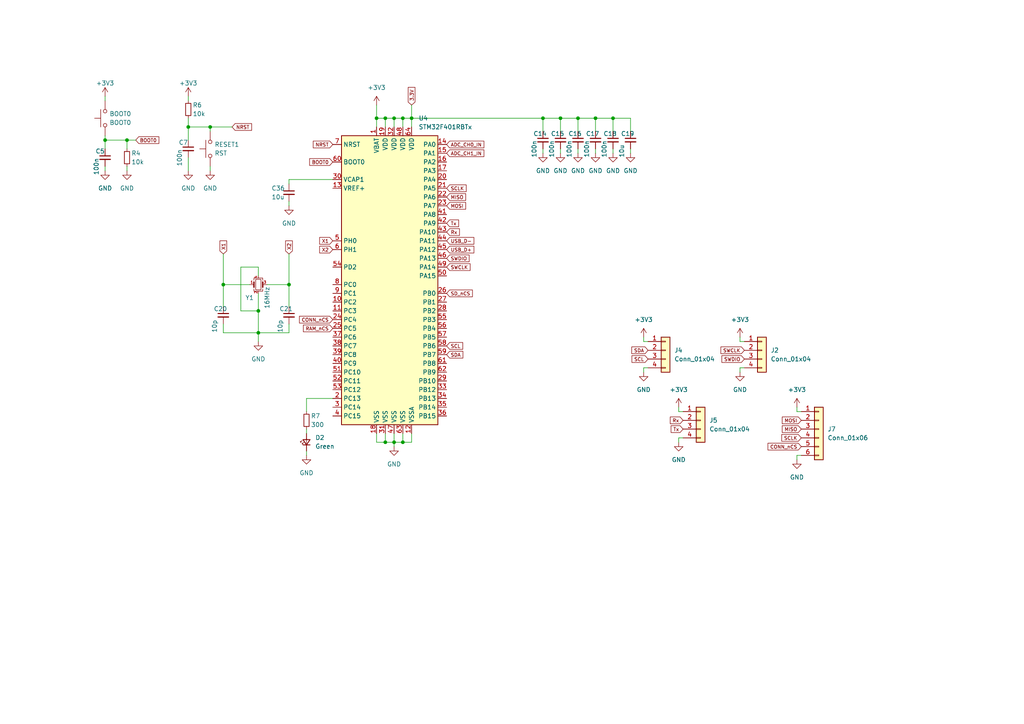
<source format=kicad_sch>
(kicad_sch (version 20230121) (generator eeschema)
  (paper "A4")
  (lib_symbols
    (symbol "Connector_Generic:Conn_01x04" (pin_names (offset 1.016) hide)
      (property "Reference" "J" (at 0 5.08 0))
      (property "Value" "Conn_01x04" (at 0 -7.62 0))
      (symbol "Conn_01x04_1_1"
        (rectangle (start -1.27 -4.953) (end 0 -5.207) (stroke (width 0.1524)))
        (rectangle (start -1.27 -2.413) (end 0 -2.667) (stroke (width 0.1524)))
        (rectangle (start -1.27 0.127) (end 0 -0.127) (stroke (width 0.1524)))
        (rectangle (start -1.27 2.667) (end 0 2.413) (stroke (width 0.1524)))
        (rectangle (start -1.27 3.81) (end 1.27 -6.35) (stroke (width 0.254)) (fill (type background)))
        (pin passive line (at -5.08 2.54 0) (length 3.81) (name "Pin_1") (number "1"))
        (pin passive line (at -5.08 0 0) (length 3.81) (name "Pin_2") (number "2"))
        (pin passive line (at -5.08 -2.54 0) (length 3.81) (name "Pin_3") (number "3"))
        (pin passive line (at -5.08 -5.08 0) (length 3.81) (name "Pin_4") (number "4"))
      )
    )
    (symbol "Connector_Generic:Conn_01x06" (pin_names (offset 1.016) hide)
      (property "Reference" "J" (at 0 7.62 0))
      (property "Value" "Conn_01x06" (at 0 -10.16 0))
      (symbol "Conn_01x06_1_1"
        (rectangle (start -1.27 -7.493) (end 0 -7.747) (stroke (width 0.1524)))
        (rectangle (start -1.27 -4.953) (end 0 -5.207) (stroke (width 0.1524)))
        (rectangle (start -1.27 -2.413) (end 0 -2.667) (stroke (width 0.1524)))
        (rectangle (start -1.27 0.127) (end 0 -0.127) (stroke (width 0.1524)))
        (rectangle (start -1.27 2.667) (end 0 2.413) (stroke (width 0.1524)))
        (rectangle (start -1.27 5.207) (end 0 4.953) (stroke (width 0.1524)))
        (rectangle (start -1.27 6.35) (end 1.27 -8.89) (stroke (width 0.254)) (fill (type background)))
        (pin passive line (at -5.08 5.08 0) (length 3.81) (name "Pin_1") (number "1"))
        (pin passive line (at -5.08 2.54 0) (length 3.81) (name "Pin_2") (number "2"))
        (pin passive line (at -5.08 0 0) (length 3.81) (name "Pin_3") (number "3"))
        (pin passive line (at -5.08 -2.54 0) (length 3.81) (name "Pin_4") (number "4"))
        (pin passive line (at -5.08 -5.08 0) (length 3.81) (name "Pin_5") (number "5"))
        (pin passive line (at -5.08 -7.62 0) (length 3.81) (name "Pin_6") (number "6"))
      )
    )
    (symbol "Device:C_Small" (pin_numbers hide) (pin_names (offset 0.254) hide)
      (property "Reference" "C" (at 0.254 1.778 0))
      (property "Value" "C_Small" (at 0.254 -2.032 0))
      (symbol "C_Small_0_1"
        (polyline (pts (xy -1.524 -0.508) (xy 1.524 -0.508)) (stroke (width 0.3302)))
        (polyline (pts (xy -1.524 0.508) (xy 1.524 0.508)) (stroke (width 0.3048)))
      )
      (symbol "C_Small_1_1"
        (pin passive line (at 0 2.54 270) (length 2.032) (name "~") (number "1"))
        (pin passive line (at 0 -2.54 90) (length 2.032) (name "~") (number "2"))
      )
    )
    (symbol "Device:Crystal_GND24_Small" (pin_names (offset 1.016) hide)
      (property "Reference" "Y" (at 1.27 4.445 0))
      (property "Value" "Crystal_GND24_Small" (at 1.27 2.54 0))
      (symbol "Crystal_GND24_Small_0_1"
        (rectangle (start -0.762 -1.524) (end 0.762 1.524))
        (polyline (pts (xy -1.27 -0.762) (xy -1.27 0.762)) (stroke (width 0.381)))
        (polyline (pts (xy 1.27 -0.762) (xy 1.27 0.762)) (stroke (width 0.381)))
        (polyline (pts (xy -1.27 -1.27) (xy -1.27 -1.905) (xy 1.27 -1.905) (xy 1.27 -1.27)))
        (polyline (pts (xy -1.27 1.27) (xy -1.27 1.905) (xy 1.27 1.905) (xy 1.27 1.27)))
      )
      (symbol "Crystal_GND24_Small_1_1"
        (pin passive line (at -2.54 0 0) (length 1.27) (name "1") (number "1"))
        (pin passive line (at 0 -2.54 90) (length 0.635) (name "2") (number "2"))
        (pin passive line (at 2.54 0 180) (length 1.27) (name "3") (number "3"))
        (pin passive line (at 0 2.54 270) (length 0.635) (name "4") (number "4"))
      )
    )
    (symbol "Device:LED_Small" (pin_numbers hide) (pin_names (offset 0.254) hide)
      (property "Reference" "D" (at -1.27 3.175 0))
      (property "Value" "LED_Small" (at -4.445 -2.54 0))
      (symbol "LED_Small_0_1"
        (polyline (pts (xy -0.762 -1.016) (xy -0.762 1.016)) (stroke (width 0.254)))
        (polyline (pts (xy 1.016 0) (xy -0.762 0)))
        (polyline (pts (xy 0.762 -1.016) (xy -0.762 0) (xy 0.762 1.016) (xy 0.762 -1.016)) (stroke (width 0.254)))
        (polyline (pts (xy 0 0.762) (xy -0.508 1.27) (xy -0.254 1.27) (xy -0.508 1.27) (xy -0.508 1.016)))
        (polyline (pts (xy 0.508 1.27) (xy 0 1.778) (xy 0.254 1.778) (xy 0 1.778) (xy 0 1.524)))
      )
      (symbol "LED_Small_1_1"
        (pin passive line (at -2.54 0 0) (length 1.778) (name "K") (number "1"))
        (pin passive line (at 2.54 0 180) (length 1.778) (name "A") (number "2"))
      )
    )
    (symbol "Device:R_Small" (pin_numbers hide) (pin_names (offset 0.254) hide)
      (property "Reference" "R" (at 0.762 0.508 0))
      (property "Value" "R_Small" (at 0.762 -1.016 0))
      (symbol "R_Small_0_1"
        (rectangle (start -0.762 1.778) (end 0.762 -1.778) (stroke (width 0.2032)))
      )
      (symbol "R_Small_1_1"
        (pin passive line (at 0 2.54 270) (length 0.762) (name "~") (number "1"))
        (pin passive line (at 0 -2.54 90) (length 0.762) (name "~") (number "2"))
      )
    )
    (symbol "MCU_ST_STM32F4:STM32F401RBTx"
      (property "Reference" "U" (at -15.24 41.91 0))
      (property "Value" "STM32F401RBTx" (at 7.62 41.91 0))
      (symbol "STM32F401RBTx_0_1"
        (rectangle (start -15.24 -43.18) (end 12.7 40.64) (stroke (width 0.254)) (fill (type background)))
      )
      (symbol "STM32F401RBTx_1_1"
        (pin power_in line (at -5.08 43.18 270) (length 2.54) (name "VBAT") (number "1"))
        (pin bidirectional line (at -17.78 -7.62 0) (length 2.54) (name "PC2") (number "10"))
        (pin bidirectional line (at -17.78 -10.16 0) (length 2.54) (name "PC3") (number "11"))
        (pin power_in line (at 5.08 -45.72 90) (length 2.54) (name "VSSA") (number "12"))
        (pin power_in line (at -17.78 25.4 0) (length 2.54) (name "VREF+") (number "13"))
        (pin bidirectional line (at 15.24 38.1 180) (length 2.54) (name "PA0") (number "14"))
        (pin bidirectional line (at 15.24 35.56 180) (length 2.54) (name "PA1") (number "15"))
        (pin bidirectional line (at 15.24 33.02 180) (length 2.54) (name "PA2") (number "16"))
        (pin bidirectional line (at 15.24 30.48 180) (length 2.54) (name "PA3") (number "17"))
        (pin power_in line (at -5.08 -45.72 90) (length 2.54) (name "VSS") (number "18"))
        (pin power_in line (at -2.54 43.18 270) (length 2.54) (name "VDD") (number "19"))
        (pin bidirectional line (at -17.78 -35.56 0) (length 2.54) (name "PC13") (number "2"))
        (pin bidirectional line (at 15.24 27.94 180) (length 2.54) (name "PA4") (number "20"))
        (pin bidirectional line (at 15.24 25.4 180) (length 2.54) (name "PA5") (number "21"))
        (pin bidirectional line (at 15.24 22.86 180) (length 2.54) (name "PA6") (number "22"))
        (pin bidirectional line (at 15.24 20.32 180) (length 2.54) (name "PA7") (number "23"))
        (pin bidirectional line (at -17.78 -12.7 0) (length 2.54) (name "PC4") (number "24"))
        (pin bidirectional line (at -17.78 -15.24 0) (length 2.54) (name "PC5") (number "25"))
        (pin bidirectional line (at 15.24 -5.08 180) (length 2.54) (name "PB0") (number "26"))
        (pin bidirectional line (at 15.24 -7.62 180) (length 2.54) (name "PB1") (number "27"))
        (pin bidirectional line (at 15.24 -10.16 180) (length 2.54) (name "PB2") (number "28"))
        (pin bidirectional line (at 15.24 -30.48 180) (length 2.54) (name "PB10") (number "29"))
        (pin bidirectional line (at -17.78 -38.1 0) (length 2.54) (name "PC14") (number "3"))
        (pin power_in line (at -17.78 27.94 0) (length 2.54) (name "VCAP1") (number "30"))
        (pin power_in line (at -2.54 -45.72 90) (length 2.54) (name "VSS") (number "31"))
        (pin power_in line (at 0 43.18 270) (length 2.54) (name "VDD") (number "32"))
        (pin bidirectional line (at 15.24 -33.02 180) (length 2.54) (name "PB12") (number "33"))
        (pin bidirectional line (at 15.24 -35.56 180) (length 2.54) (name "PB13") (number "34"))
        (pin bidirectional line (at 15.24 -38.1 180) (length 2.54) (name "PB14") (number "35"))
        (pin bidirectional line (at 15.24 -40.64 180) (length 2.54) (name "PB15") (number "36"))
        (pin bidirectional line (at -17.78 -17.78 0) (length 2.54) (name "PC6") (number "37"))
        (pin bidirectional line (at -17.78 -20.32 0) (length 2.54) (name "PC7") (number "38"))
        (pin bidirectional line (at -17.78 -22.86 0) (length 2.54) (name "PC8") (number "39"))
        (pin bidirectional line (at -17.78 -40.64 0) (length 2.54) (name "PC15") (number "4"))
        (pin bidirectional line (at -17.78 -25.4 0) (length 2.54) (name "PC9") (number "40"))
        (pin bidirectional line (at 15.24 17.78 180) (length 2.54) (name "PA8") (number "41"))
        (pin bidirectional line (at 15.24 15.24 180) (length 2.54) (name "PA9") (number "42"))
        (pin bidirectional line (at 15.24 12.7 180) (length 2.54) (name "PA10") (number "43"))
        (pin bidirectional line (at 15.24 10.16 180) (length 2.54) (name "PA11") (number "44"))
        (pin bidirectional line (at 15.24 7.62 180) (length 2.54) (name "PA12") (number "45"))
        (pin bidirectional line (at 15.24 5.08 180) (length 2.54) (name "PA13") (number "46"))
        (pin power_in line (at 0 -45.72 90) (length 2.54) (name "VSS") (number "47"))
        (pin power_in line (at 2.54 43.18 270) (length 2.54) (name "VDD") (number "48"))
        (pin bidirectional line (at 15.24 2.54 180) (length 2.54) (name "PA14") (number "49"))
        (pin input line (at -17.78 10.16 0) (length 2.54) (name "PH0") (number "5"))
        (pin bidirectional line (at 15.24 0 180) (length 2.54) (name "PA15") (number "50"))
        (pin bidirectional line (at -17.78 -27.94 0) (length 2.54) (name "PC10") (number "51"))
        (pin bidirectional line (at -17.78 -30.48 0) (length 2.54) (name "PC11") (number "52"))
        (pin bidirectional line (at -17.78 -33.02 0) (length 2.54) (name "PC12") (number "53"))
        (pin bidirectional line (at -17.78 2.54 0) (length 2.54) (name "PD2") (number "54"))
        (pin bidirectional line (at 15.24 -12.7 180) (length 2.54) (name "PB3") (number "55"))
        (pin bidirectional line (at 15.24 -15.24 180) (length 2.54) (name "PB4") (number "56"))
        (pin bidirectional line (at 15.24 -17.78 180) (length 2.54) (name "PB5") (number "57"))
        (pin bidirectional line (at 15.24 -20.32 180) (length 2.54) (name "PB6") (number "58"))
        (pin bidirectional line (at 15.24 -22.86 180) (length 2.54) (name "PB7") (number "59"))
        (pin input line (at -17.78 7.62 0) (length 2.54) (name "PH1") (number "6"))
        (pin input line (at -17.78 33.02 0) (length 2.54) (name "BOOT0") (number "60"))
        (pin bidirectional line (at 15.24 -25.4 180) (length 2.54) (name "PB8") (number "61"))
        (pin bidirectional line (at 15.24 -27.94 180) (length 2.54) (name "PB9") (number "62"))
        (pin power_in line (at 2.54 -45.72 90) (length 2.54) (name "VSS") (number "63"))
        (pin power_in line (at 5.08 43.18 270) (length 2.54) (name "VDD") (number "64"))
        (pin input line (at -17.78 38.1 0) (length 2.54) (name "NRST") (number "7"))
        (pin bidirectional line (at -17.78 -2.54 0) (length 2.54) (name "PC0") (number "8"))
        (pin bidirectional line (at -17.78 -5.08 0) (length 2.54) (name "PC1") (number "9"))
      )
    )
    (symbol "Switch:SW_Push" (pin_numbers hide) (pin_names (offset 1.016) hide)
      (property "Reference" "SW" (at 1.27 2.54 0))
      (property "Value" "SW_Push" (at 0 -1.524 0))
      (symbol "SW_Push_0_1"
        (circle (center -2.032 0) (radius 0.508))
        (polyline (pts (xy 0 1.27) (xy 0 3.048)))
        (polyline (pts (xy 2.54 1.27) (xy -2.54 1.27)))
        (circle (center 2.032 0) (radius 0.508))
        (pin passive line (at -5.08 0 0) (length 2.54) (name "1") (number "1"))
        (pin passive line (at 5.08 0 180) (length 2.54) (name "2") (number "2"))
      )
    )
    (symbol "power:+3.3V" (power) (pin_names (offset 0))
      (property "Value" "+3.3V" (at 0 3.556 0))
      (symbol "+3.3V_0_1"
        (polyline (pts (xy -0.762 1.27) (xy 0 2.54)))
        (polyline (pts (xy 0 0) (xy 0 2.54)))
        (polyline (pts (xy 0 2.54) (xy 0.762 1.27)))
      )
      (symbol "+3.3V_1_1"
        (pin power_in line (at 0 0 90) (length 0) hide (name "+3V3") (number "1"))
      )
    )
    (symbol "power:GND" (power) (pin_names (offset 0))
      (property "Value" "GND" (at 0 -3.81 0))
      (symbol "GND_0_1"
        (polyline (pts (xy 0 0) (xy 0 -1.27) (xy 1.27 -1.27) (xy 0 -2.54) (xy -1.27 -1.27) (xy 0 -1.27)))
      )
      (symbol "GND_1_1"
        (pin power_in line (at 0 0 270) (length 0) hide (name "GND") (number "1"))
      )
    )
  )
  (junction (at 36.83 40.64))
  (junction (at 114.3 34.29))
  (junction (at 114.3 128.27))
  (junction (at 157.48 34.29))
  (junction (at 162.56 34.29))
  (junction (at 172.72 34.29))
  (junction (at 116.84 128.27))
  (junction (at 167.64 34.29))
  (junction (at 60.96 36.83))
  (junction (at 30.48 40.64))
  (junction (at 177.8 34.29))
  (junction (at 111.76 34.29))
  (junction (at 111.76 128.27))
  (junction (at 74.93 90.17))
  (junction (at 109.22 34.29))
  (junction (at 119.38 34.29))
  (junction (at 64.77 82.55))
  (junction (at 54.61 36.83))
  (junction (at 83.82 82.55))
  (junction (at 74.93 96.52))
  (junction (at 116.84 34.29))
  (wire (pts (xy 64.77 93.98) (xy 64.77 96.52)))
  (wire (pts (xy 83.82 58.42) (xy 83.82 59.69)))
  (wire (pts (xy 74.93 80.01) (xy 74.93 77.47)))
  (wire (pts (xy 74.93 90.17) (xy 74.93 96.52)))
  (wire (pts (xy 36.83 40.64) (xy 39.37 40.64)))
  (wire (pts (xy 196.85 128.27) (xy 196.85 127)))
  (wire (pts (xy 88.9 115.57) (xy 88.9 119.38)))
  (wire (pts (xy 83.82 52.07) (xy 96.52 52.07)))
  (wire (pts (xy 111.76 125.73) (xy 111.76 128.27)))
  (wire (pts (xy 157.48 34.29) (xy 157.48 38.1)))
  (wire (pts (xy 54.61 45.72) (xy 54.61 49.53)))
  (wire (pts (xy 119.38 125.73) (xy 119.38 128.27)))
  (wire (pts (xy 69.85 77.47) (xy 74.93 77.47)))
  (wire (pts (xy 119.38 34.29) (xy 157.48 34.29)))
  (wire (pts (xy 172.72 43.18) (xy 172.72 44.45)))
  (wire (pts (xy 119.38 30.48) (xy 119.38 34.29)))
  (wire (pts (xy 177.8 34.29) (xy 182.88 34.29)))
  (wire (pts (xy 114.3 129.54) (xy 114.3 128.27)))
  (wire (pts (xy 36.83 43.18) (xy 36.83 40.64)))
  (wire (pts (xy 83.82 73.66) (xy 83.82 82.55)))
  (wire (pts (xy 30.48 27.94) (xy 30.48 29.21)))
  (wire (pts (xy 54.61 27.94) (xy 54.61 29.21)))
  (wire (pts (xy 186.69 99.06) (xy 187.96 99.06)))
  (wire (pts (xy 96.52 115.57) (xy 88.9 115.57)))
  (wire (pts (xy 30.48 40.64) (xy 30.48 43.18)))
  (wire (pts (xy 157.48 43.18) (xy 157.48 44.45)))
  (wire (pts (xy 186.69 97.79) (xy 186.69 99.06)))
  (wire (pts (xy 116.84 34.29) (xy 116.84 36.83)))
  (wire (pts (xy 172.72 34.29) (xy 177.8 34.29)))
  (wire (pts (xy 215.9 106.68) (xy 214.63 106.68)))
  (wire (pts (xy 74.93 96.52) (xy 83.82 96.52)))
  (wire (pts (xy 109.22 34.29) (xy 111.76 34.29)))
  (wire (pts (xy 186.69 107.95) (xy 186.69 106.68)))
  (wire (pts (xy 116.84 34.29) (xy 119.38 34.29)))
  (wire (pts (xy 64.77 73.66) (xy 64.77 82.55)))
  (wire (pts (xy 109.22 125.73) (xy 109.22 128.27)))
  (wire (pts (xy 114.3 125.73) (xy 114.3 128.27)))
  (wire (pts (xy 186.69 106.68) (xy 187.96 106.68)))
  (wire (pts (xy 83.82 53.34) (xy 83.82 52.07)))
  (wire (pts (xy 196.85 127) (xy 198.12 127)))
  (wire (pts (xy 88.9 130.81) (xy 88.9 132.08)))
  (wire (pts (xy 30.48 48.26) (xy 30.48 49.53)))
  (wire (pts (xy 111.76 128.27) (xy 114.3 128.27)))
  (wire (pts (xy 54.61 36.83) (xy 60.96 36.83)))
  (wire (pts (xy 83.82 82.55) (xy 83.82 88.9)))
  (wire (pts (xy 64.77 82.55) (xy 64.77 88.9)))
  (wire (pts (xy 157.48 34.29) (xy 162.56 34.29)))
  (wire (pts (xy 60.96 38.1) (xy 60.96 36.83)))
  (wire (pts (xy 111.76 34.29) (xy 114.3 34.29)))
  (wire (pts (xy 111.76 34.29) (xy 111.76 36.83)))
  (wire (pts (xy 30.48 39.37) (xy 30.48 40.64)))
  (wire (pts (xy 196.85 118.11) (xy 196.85 119.38)))
  (wire (pts (xy 36.83 48.26) (xy 36.83 49.53)))
  (wire (pts (xy 167.64 34.29) (xy 172.72 34.29)))
  (wire (pts (xy 83.82 96.52) (xy 83.82 93.98)))
  (wire (pts (xy 231.14 132.08) (xy 232.41 132.08)))
  (wire (pts (xy 77.47 82.55) (xy 83.82 82.55)))
  (wire (pts (xy 214.63 97.79) (xy 214.63 99.06)))
  (wire (pts (xy 231.14 119.38) (xy 232.41 119.38)))
  (wire (pts (xy 177.8 43.18) (xy 177.8 44.45)))
  (wire (pts (xy 162.56 43.18) (xy 162.56 44.45)))
  (wire (pts (xy 69.85 90.17) (xy 74.93 90.17)))
  (wire (pts (xy 214.63 99.06) (xy 215.9 99.06)))
  (wire (pts (xy 114.3 34.29) (xy 114.3 36.83)))
  (wire (pts (xy 231.14 118.11) (xy 231.14 119.38)))
  (wire (pts (xy 116.84 125.73) (xy 116.84 128.27)))
  (wire (pts (xy 114.3 128.27) (xy 116.84 128.27)))
  (wire (pts (xy 167.64 43.18) (xy 167.64 44.45)))
  (wire (pts (xy 109.22 30.48) (xy 109.22 34.29)))
  (wire (pts (xy 54.61 34.29) (xy 54.61 36.83)))
  (wire (pts (xy 64.77 96.52) (xy 74.93 96.52)))
  (wire (pts (xy 167.64 38.1) (xy 167.64 34.29)))
  (wire (pts (xy 109.22 128.27) (xy 111.76 128.27)))
  (wire (pts (xy 162.56 38.1) (xy 162.56 34.29)))
  (wire (pts (xy 30.48 40.64) (xy 36.83 40.64)))
  (wire (pts (xy 231.14 133.35) (xy 231.14 132.08)))
  (wire (pts (xy 182.88 38.1) (xy 182.88 34.29)))
  (wire (pts (xy 60.96 48.26) (xy 60.96 49.53)))
  (wire (pts (xy 182.88 43.18) (xy 182.88 44.45)))
  (wire (pts (xy 214.63 106.68) (xy 214.63 107.95)))
  (wire (pts (xy 172.72 38.1) (xy 172.72 34.29)))
  (wire (pts (xy 109.22 34.29) (xy 109.22 36.83)))
  (wire (pts (xy 196.85 119.38) (xy 198.12 119.38)))
  (wire (pts (xy 116.84 128.27) (xy 119.38 128.27)))
  (wire (pts (xy 74.93 85.09) (xy 74.93 90.17)))
  (wire (pts (xy 177.8 38.1) (xy 177.8 34.29)))
  (wire (pts (xy 74.93 99.06) (xy 74.93 96.52)))
  (wire (pts (xy 114.3 34.29) (xy 116.84 34.29)))
  (wire (pts (xy 54.61 40.64) (xy 54.61 36.83)))
  (wire (pts (xy 119.38 34.29) (xy 119.38 36.83)))
  (wire (pts (xy 60.96 36.83) (xy 67.31 36.83)))
  (wire (pts (xy 64.77 82.55) (xy 72.39 82.55)))
  (wire (pts (xy 69.85 77.47) (xy 69.85 90.17)))
  (wire (pts (xy 162.56 34.29) (xy 167.64 34.29)))
  (wire (pts (xy 88.9 124.46) (xy 88.9 125.73)))
  (global_label "SCL" (shape input) (at 129.54 100.33 0) (effects (font (size 1 1))) (property "Intersheetrefs" "${INTERSHEET_REFS}" (effects hide)))
  (global_label "BOOT0" (shape input) (at 39.37 40.64 0) (effects (font (size 1 1))) (property "Intersheetrefs" "${INTERSHEET_REFS}" (effects hide)))
  (global_label "BOOT0" (shape input) (at 96.52 46.99 180) (effects (font (size 1 1))) (property "Intersheetrefs" "${INTERSHEET_REFS}" (effects hide)))
  (global_label "Rx" (shape input) (at 198.12 121.92 180) (effects (font (size 1 1))) (property "Intersheetrefs" "${INTERSHEET_REFS}" (effects hide)))
  (global_label "X1" (shape input) (at 64.77 73.66 90) (effects (font (size 1 1))) (property "Intersheetrefs" "${INTERSHEET_REFS}" (effects hide)))
  (global_label "CONN_nCS" (shape input) (at 232.41 129.54 180) (effects (font (size 1 1))) (property "Intersheetrefs" "${INTERSHEET_REFS}" (effects hide)))
  (global_label "Rx" (shape input) (at 129.54 67.31 0) (effects (font (size 1 1))) (property "Intersheetrefs" "${INTERSHEET_REFS}" (effects hide)))
  (global_label "SCLK" (shape input) (at 232.41 127 180) (effects (font (size 1 1))) (property "Intersheetrefs" "${INTERSHEET_REFS}" (effects hide)))
  (global_label "Tx" (shape input) (at 198.12 124.46 180) (effects (font (size 1 1))) (property "Intersheetrefs" "${INTERSHEET_REFS}" (effects hide)))
  (global_label "MOSI" (shape input) (at 129.54 59.69 0) (effects (font (size 1 1))) (property "Intersheetrefs" "${INTERSHEET_REFS}" (effects hide)))
  (global_label "SWCLK" (shape input) (at 129.54 77.47 0) (effects (font (size 1 1))) (property "Intersheetrefs" "${INTERSHEET_REFS}" (effects hide)))
  (global_label "SDA" (shape input) (at 129.54 102.87 0) (effects (font (size 1 1))) (property "Intersheetrefs" "${INTERSHEET_REFS}" (effects hide)))
  (global_label "ADC_CH0_IN" (shape input) (at 129.54 41.91 0) (effects (font (size 1 1))) (property "Intersheetrefs" "${INTERSHEET_REFS}" (effects hide)))
  (global_label "SWDIO" (shape input) (at 129.54 74.93 0) (effects (font (size 1 1))) (property "Intersheetrefs" "${INTERSHEET_REFS}" (effects hide)))
  (global_label "X2" (shape input) (at 83.82 73.66 90) (effects (font (size 1 1))) (property "Intersheetrefs" "${INTERSHEET_REFS}" (effects hide)))
  (global_label "MISO" (shape input) (at 129.54 57.15 0) (effects (font (size 1 1))) (property "Intersheetrefs" "${INTERSHEET_REFS}" (effects hide)))
  (global_label "MOSI" (shape input) (at 232.41 121.92 180) (effects (font (size 1 1))) (property "Intersheetrefs" "${INTERSHEET_REFS}" (effects hide)))
  (global_label "SDA" (shape input) (at 187.96 101.6 180) (effects (font (size 1 1))) (property "Intersheetrefs" "${INTERSHEET_REFS}" (effects hide)))
  (global_label "3.3V" (shape input) (at 119.38 30.48 90) (effects (font (size 1 1))) (property "Intersheetrefs" "${INTERSHEET_REFS}" (effects hide)))
  (global_label "USB_D-" (shape input) (at 129.54 69.85 0) (effects (font (size 1 1))) (property "Intersheetrefs" "${INTERSHEET_REFS}" (effects hide)))
  (global_label "USB_D+" (shape input) (at 129.54 72.39 0) (effects (font (size 1 1))) (property "Intersheetrefs" "${INTERSHEET_REFS}" (effects hide)))
  (global_label "X2" (shape input) (at 96.52 72.39 180) (effects (font (size 1 1))) (property "Intersheetrefs" "${INTERSHEET_REFS}" (effects hide)))
  (global_label "RAM_nCS" (shape input) (at 96.52 95.25 180) (effects (font (size 1 1))) (property "Intersheetrefs" "${INTERSHEET_REFS}" (effects hide)))
  (global_label "SWDIO" (shape input) (at 215.9 104.14 180) (effects (font (size 1 1))) (property "Intersheetrefs" "${INTERSHEET_REFS}" (effects hide)))
  (global_label "X1" (shape input) (at 96.52 69.85 180) (effects (font (size 1 1))) (property "Intersheetrefs" "${INTERSHEET_REFS}" (effects hide)))
  (global_label "SCL" (shape input) (at 187.96 104.14 180) (effects (font (size 1 1))) (property "Intersheetrefs" "${INTERSHEET_REFS}" (effects hide)))
  (global_label "CONN_nCS" (shape input) (at 96.52 92.71 180) (effects (font (size 1 1))) (property "Intersheetrefs" "${INTERSHEET_REFS}" (effects hide)))
  (global_label "Tx" (shape input) (at 129.54 64.77 0) (effects (font (size 1 1))) (property "Intersheetrefs" "${INTERSHEET_REFS}" (effects hide)))
  (global_label "SWCLK" (shape input) (at 215.9 101.6 180) (effects (font (size 1 1))) (property "Intersheetrefs" "${INTERSHEET_REFS}" (effects hide)))
  (global_label "SD_nCS" (shape input) (at 129.54 85.09 0) (effects (font (size 1 1))) (property "Intersheetrefs" "${INTERSHEET_REFS}" (effects hide)))
  (global_label "NRST" (shape input) (at 67.31 36.83 0) (effects (font (size 1 1))) (property "Intersheetrefs" "${INTERSHEET_REFS}" (effects hide)))
  (global_label "ADC_CH1_IN" (shape input) (at 129.54 44.45 0) (effects (font (size 1 1))) (property "Intersheetrefs" "${INTERSHEET_REFS}" (effects hide)))
  (global_label "SCLK" (shape input) (at 129.54 54.61 0) (effects (font (size 1 1))) (property "Intersheetrefs" "${INTERSHEET_REFS}" (effects hide)))
  (global_label "MISO" (shape input) (at 232.41 124.46 180) (effects (font (size 1 1))) (property "Intersheetrefs" "${INTERSHEET_REFS}" (effects hide)))
  (global_label "NRST" (shape input) (at 96.52 41.91 180) (effects (font (size 1 1))) (property "Intersheetrefs" "${INTERSHEET_REFS}" (effects hide)))
  (symbol (lib_id "Device:C_Small") (at 83.82 91.44 0) (unit 1)
    (property "Reference" "C21" (at 81.032 89.5818 0) (effects (justify left)))
    (property "Value" "10p" (at 81.28 96.52 90) (effects (justify left)))
    (property "Footprint" "Capacitor_SMD:C_0603_1608Metric_Pad1.08x0.95mm_HandSolder" (effects hide))
  )
  (symbol (lib_id "Device:C_Small") (at 30.48 45.72 0) (unit 1)
    (property "Reference" "C5" (at 27.692 43.8618 0) (effects (justify left)))
    (property "Value" "100n" (at 27.94 50.8 90) (effects (justify left)))
    (property "Footprint" "Capacitor_SMD:C_0603_1608Metric_Pad1.08x0.95mm_HandSolder" (effects hide))
    (instances (project "STM32F103 devboard" (path "" (reference "C5") (unit 1))) (project "Apollo - DSP" (path "" (reference "C38") (unit 1))))
  )
  (symbol (lib_id "power:GND") (at 167.64 44.45 0) (unit 1)
    (property "Reference" "#PWR0134" (effects hide))
    (property "Value" "GND" (at 167.64 49.53 0))
  )
  (symbol (lib_id "Device:R_Small") (at 54.61 31.75 0) (unit 1)
    (property "Reference" "R6" (at 55.88 30.48 0) (effects (justify left)))
    (property "Value" "10k" (at 55.88 33.02 0) (effects (justify left)))
    (property "Footprint" "Resistor_SMD:R_0603_1608Metric_Pad0.98x0.95mm_HandSolder" (effects hide))
    (instances (project "STM32F103 devboard" (path "" (reference "R6") (unit 1))) (project "Apollo - DSP" (path "" (reference "R8") (unit 1))))
  )
  (symbol (lib_id "Device:Crystal_GND24_Small") (at 74.93 82.55 0) (unit 1)
    (property "Reference" "Y1" (at 72.39 86.36 0))
    (property "Value" "16MHz" (at 77.47 86.36 90))
    (property "Footprint" "Crystal:Crystal_SMD_2520-4Pin_2.5x2.0mm" (effects hide))
  )
  (symbol (lib_id "power:GND") (at 214.63 107.95 0) (unit 1)
    (property "Reference" "#PWR0145" (effects hide))
    (property "Value" "GND" (at 214.63 113.03 0))
  )
  (symbol (lib_id "Device:C_Small") (at 64.77 91.44 0) (unit 1)
    (property "Reference" "C20" (at 61.982 89.5818 0) (effects (justify left)))
    (property "Value" "10p" (at 62.23 96.52 90) (effects (justify left)))
    (property "Footprint" "Capacitor_SMD:C_0603_1608Metric_Pad1.08x0.95mm_HandSolder" (effects hide))
  )
  (symbol (lib_id "Device:LED_Small") (at 88.9 128.27 90) (unit 1)
    (property "Reference" "D2" (at 91.44 126.9364 90) (effects (justify right)))
    (property "Value" "Green" (at 91.44 129.4764 90) (effects (justify right)))
    (property "Footprint" "LED_SMD:LED_0603_1608Metric_Pad1.05x0.95mm_HandSolder" (effects hide))
  )
  (symbol (lib_id "Device:C_Small") (at 177.8 40.64 0) (unit 1)
    (property "Reference" "C18" (at 175.012 38.7818 0) (effects (justify left)))
    (property "Value" "100n" (at 175.26 45.72 90) (effects (justify left)))
    (property "Footprint" "Capacitor_SMD:C_0603_1608Metric_Pad1.08x0.95mm_HandSolder" (effects hide))
  )
  (symbol (lib_id "Device:C_Small") (at 167.64 40.64 0) (unit 1)
    (property "Reference" "C16" (at 164.852 38.7818 0) (effects (justify left)))
    (property "Value" "100n" (at 165.1 45.72 90) (effects (justify left)))
    (property "Footprint" "Capacitor_SMD:C_0603_1608Metric_Pad1.08x0.95mm_HandSolder" (effects hide))
  )
  (symbol (lib_id "power:GND") (at 30.48 49.53 0) (unit 1)
    (property "Reference" "#PWR0125" (effects hide))
    (property "Value" "GND" (at 30.48 54.61 0))
    (instances (project "STM32F103 devboard" (path "" (reference "#PWR0125") (unit 1))) (project "Apollo - DSP" (path "" (reference "#PWR03") (unit 1))))
  )
  (symbol (lib_id "Switch:SW_Push") (at 30.48 34.29 90) (unit 1)
    (property "Reference" "BOOT0" (at 31.75 33.0199 90) (effects (justify right)))
    (property "Value" "BOOT0" (at 31.75 35.5599 90) (effects (justify right)))
    (property "Footprint" "Button_Switch_SMD:SW_SPST_TL3342" (effects hide))
    (instances (project "STM32F103 devboard" (path "" (reference "BOOT0") (unit 1))) (project "Apollo - DSP" (path "" (reference "BOOT1") (unit 1))))
  )
  (symbol (lib_id "power:GND") (at 186.69 107.95 0) (unit 1)
    (property "Reference" "#PWR0109" (effects hide))
    (property "Value" "GND" (at 186.69 113.03 0))
  )
  (symbol (lib_id "Connector_Generic:Conn_01x04") (at 193.04 101.6 0) (unit 1)
    (property "Reference" "J4" (at 195.58 101.5999 0) (effects (justify left)))
    (property "Value" "Conn_01x04" (at 195.58 104.1399 0) (effects (justify left)))
    (property "Footprint" "Connector_PinHeader_2.54mm:PinHeader_1x04_P2.54mm_Vertical" (effects hide))
  )
  (symbol (lib_id "Switch:SW_Push") (at 60.96 43.18 90) (unit 1)
    (property "Reference" "RESET1" (at 62.23 41.9099 90) (effects (justify right)))
    (property "Value" "RST" (at 62.23 44.4499 90) (effects (justify right)))
    (property "Footprint" "Button_Switch_SMD:SW_SPST_TL3342" (effects hide))
  )
  (symbol (lib_id "power:+3.3V") (at 109.22 30.48 0) (unit 1)
    (property "Reference" "#PWR0141" (effects hide))
    (property "Value" "+3.3V" (at 109.22 25.4 0))
  )
  (symbol (lib_id "power:+3.3V") (at 54.61 27.94 0) (unit 1)
    (property "Reference" "#PWR0111" (effects hide))
    (property "Value" "+3.3V" (at 54.61 24.13 0))
    (instances (project "STM32F103 devboard" (path "" (reference "#PWR0111") (unit 1))) (project "Apollo - DSP" (path "" (reference "#PWR02") (unit 1))))
  )
  (symbol (lib_id "Device:C_Small") (at 157.48 40.64 0) (unit 1)
    (property "Reference" "C14" (at 154.692 38.7818 0) (effects (justify left)))
    (property "Value" "100n" (at 154.94 45.72 90) (effects (justify left)))
    (property "Footprint" "Capacitor_SMD:C_0603_1608Metric_Pad1.08x0.95mm_HandSolder" (effects hide))
  )
  (symbol (lib_id "power:GND") (at 114.3 129.54 0) (unit 1)
    (property "Reference" "#PWR0171" (effects hide))
    (property "Value" "GND" (at 114.3 134.62 0))
  )
  (symbol (lib_id "Device:C_Small") (at 54.61 43.18 0) (unit 1)
    (property "Reference" "C7" (at 51.822 41.3218 0) (effects (justify left)))
    (property "Value" "100n" (at 52.07 48.26 90) (effects (justify left)))
    (property "Footprint" "Capacitor_SMD:C_0603_1608Metric_Pad1.08x0.95mm_HandSolder" (effects hide))
    (instances (project "STM32F103 devboard" (path "" (reference "C7") (unit 1))) (project "Apollo - DSP" (path "" (reference "C37") (unit 1))))
  )
  (symbol (lib_id "power:GND") (at 182.88 44.45 0) (unit 1)
    (property "Reference" "#PWR0140" (effects hide))
    (property "Value" "GND" (at 182.88 49.53 0))
  )
  (symbol (lib_id "power:GND") (at 157.48 44.45 0) (unit 1)
    (property "Reference" "#PWR0138" (effects hide))
    (property "Value" "GND" (at 157.48 49.53 0))
  )
  (symbol (lib_id "power:GND") (at 60.96 49.53 0) (unit 1)
    (property "Reference" "#PWR0112" (effects hide))
    (property "Value" "GND" (at 60.96 54.61 0))
    (instances (project "STM32F103 devboard" (path "" (reference "#PWR0112") (unit 1))) (project "Apollo - DSP" (path "" (reference "#PWR06") (unit 1))))
  )
  (symbol (lib_id "power:+3.3V") (at 214.63 97.79 0) (unit 1)
    (property "Reference" "#PWR0147" (effects hide))
    (property "Value" "+3.3V" (at 214.63 92.71 0))
  )
  (symbol (lib_id "Device:C_Small") (at 172.72 40.64 0) (unit 1)
    (property "Reference" "C17" (at 169.932 38.7818 0) (effects (justify left)))
    (property "Value" "100n" (at 170.18 45.72 90) (effects (justify left)))
    (property "Footprint" "Capacitor_SMD:C_0603_1608Metric_Pad1.08x0.95mm_HandSolder" (effects hide))
  )
  (symbol (lib_id "Device:C_Small") (at 83.82 55.88 0) (unit 1)
    (property "Reference" "C36" (at 78.74 54.61 0) (effects (justify left)))
    (property "Value" "10u" (at 78.74 57.15 0) (effects (justify left)))
    (property "Footprint" "Capacitor_SMD:C_0603_1608Metric_Pad1.08x0.95mm_HandSolder" (effects hide))
  )
  (symbol (lib_id "Device:R_Small") (at 88.9 121.92 0) (unit 1)
    (property "Reference" "R7" (at 90.17 120.65 0) (effects (justify left)))
    (property "Value" "300" (at 90.17 123.19 0) (effects (justify left)))
    (property "Footprint" "Resistor_SMD:R_0603_1608Metric_Pad0.98x0.95mm_HandSolder" (effects hide))
  )
  (symbol (lib_id "power:GND") (at 74.93 99.06 0) (unit 1)
    (property "Reference" "#PWR0144" (effects hide))
    (property "Value" "GND" (at 74.93 104.14 0))
  )
  (symbol (lib_id "power:GND") (at 36.83 49.53 0) (unit 1)
    (property "Reference" "#PWR0124" (effects hide))
    (property "Value" "GND" (at 36.83 54.61 0))
    (instances (project "STM32F103 devboard" (path "" (reference "#PWR0124") (unit 1))) (project "Apollo - DSP" (path "" (reference "#PWR04") (unit 1))))
  )
  (symbol (lib_id "power:GND") (at 177.8 44.45 0) (unit 1)
    (property "Reference" "#PWR0139" (effects hide))
    (property "Value" "GND" (at 177.8 49.53 0))
  )
  (symbol (lib_id "power:GND") (at 162.56 44.45 0) (unit 1)
    (property "Reference" "#PWR0137" (effects hide))
    (property "Value" "GND" (at 162.56 49.53 0))
  )
  (symbol (lib_id "Device:C_Small") (at 162.56 40.64 0) (unit 1)
    (property "Reference" "C15" (at 159.772 38.7818 0) (effects (justify left)))
    (property "Value" "100n" (at 160.02 45.72 90) (effects (justify left)))
    (property "Footprint" "Capacitor_SMD:C_0603_1608Metric_Pad1.08x0.95mm_HandSolder" (effects hide))
  )
  (symbol (lib_id "power:+3.3V") (at 30.48 27.94 0) (unit 1)
    (property "Reference" "#PWR0114" (effects hide))
    (property "Value" "+3.3V" (at 30.48 24.13 0))
    (instances (project "STM32F103 devboard" (path "" (reference "#PWR0114") (unit 1))) (project "Apollo - DSP" (path "" (reference "#PWR01") (unit 1))))
  )
  (symbol (lib_id "power:GND") (at 231.14 133.35 0) (unit 1)
    (property "Reference" "#PWR0168" (effects hide))
    (property "Value" "GND" (at 231.14 138.43 0))
  )
  (symbol (lib_id "power:+3.3V") (at 186.69 97.79 0) (unit 1)
    (property "Reference" "#PWR0136" (effects hide))
    (property "Value" "+3.3V" (at 186.69 92.71 0))
  )
  (symbol (lib_id "power:GND") (at 196.85 128.27 0) (unit 1)
    (property "Reference" "#PWR0113" (effects hide))
    (property "Value" "GND" (at 196.85 133.35 0))
  )
  (symbol (lib_id "Device:C_Small") (at 182.88 40.64 0) (unit 1)
    (property "Reference" "C19" (at 180.092 38.7818 0) (effects (justify left)))
    (property "Value" "10u" (at 180.34 45.72 90) (effects (justify left)))
    (property "Footprint" "Capacitor_SMD:C_0603_1608Metric_Pad1.08x0.95mm_HandSolder" (effects hide))
  )
  (symbol (lib_id "power:GND") (at 54.61 49.53 0) (unit 1)
    (property "Reference" "#PWR0113" (effects hide))
    (property "Value" "GND" (at 54.61 54.61 0))
    (instances (project "STM32F103 devboard" (path "" (reference "#PWR0113") (unit 1))) (project "Apollo - DSP" (path "" (reference "#PWR05") (unit 1))))
  )
  (symbol (lib_id "power:+3.3V") (at 231.14 118.11 0) (unit 1)
    (property "Reference" "#PWR0170" (effects hide))
    (property "Value" "+3.3V" (at 231.14 113.03 0))
  )
  (symbol (lib_id "power:GND") (at 172.72 44.45 0) (unit 1)
    (property "Reference" "#PWR0135" (effects hide))
    (property "Value" "GND" (at 172.72 49.53 0))
  )
  (symbol (lib_id "power:GND") (at 83.82 59.69 0) (unit 1)
    (property "Reference" "#PWR0172" (effects hide))
    (property "Value" "GND" (at 83.82 64.77 0))
  )
  (symbol (lib_id "Connector_Generic:Conn_01x04") (at 203.2 121.92 0) (unit 1)
    (property "Reference" "J5" (at 205.74 121.9199 0) (effects (justify left)))
    (property "Value" "Conn_01x04" (at 205.74 124.4599 0) (effects (justify left)))
    (property "Footprint" "Connector_PinHeader_2.54mm:PinHeader_1x04_P2.54mm_Vertical" (effects hide))
  )
  (symbol (lib_id "Device:R_Small") (at 36.83 45.72 0) (unit 1)
    (property "Reference" "R4" (at 38.1 44.45 0) (effects (justify left)))
    (property "Value" "10k" (at 38.1 46.99 0) (effects (justify left)))
    (property "Footprint" "Resistor_SMD:R_0603_1608Metric_Pad0.98x0.95mm_HandSolder" (effects hide))
    (instances (project "STM32F103 devboard" (path "" (reference "R4") (unit 1))) (project "Apollo - DSP" (path "" (reference "R13") (unit 1))))
  )
  (symbol (lib_id "Connector_Generic:Conn_01x04") (at 220.98 101.6 0) (unit 1)
    (property "Reference" "J2" (at 223.52 101.5999 0) (effects (justify left)))
    (property "Value" "Conn_01x04" (at 223.52 104.1399 0) (effects (justify left)))
    (property "Footprint" "Connector_PinHeader_2.54mm:PinHeader_1x04_P2.54mm_Vertical" (effects hide))
  )
  (symbol (lib_id "MCU_ST_STM32F4:STM32F401RBTx") (at 114.3 80.01 0) (unit 1)
    (property "Reference" "U4" (at 121.3994 34.29 0) (effects (justify left)))
    (property "Value" "STM32F401RBTx" (at 121.3994 36.83 0) (effects (justify left)))
    (property "Footprint" "Package_QFP:LQFP-64_10x10mm_P0.5mm" (effects hide))
    (property "Datasheet" "http://www.st.com/st-web-ui/static/active/en/resource/technical/document/datasheet/DM00086815.pdf" (effects hide))
  )
  (symbol (lib_id "power:+3.3V") (at 196.85 118.11 0) (unit 1)
    (property "Reference" "#PWR0169" (effects hide))
    (property "Value" "+3.3V" (at 196.85 113.03 0))
  )
  (symbol (lib_id "Connector_Generic:Conn_01x06") (at 237.49 124.46 0) (unit 1)
    (property "Reference" "J7" (at 240.03 124.4599 0) (effects (justify left)))
    (property "Value" "Conn_01x06" (at 240.03 126.9999 0) (effects (justify left)))
    (property "Footprint" "Connector_PinHeader_2.54mm:PinHeader_1x06_P2.54mm_Vertical" (effects hide))
  )
  (symbol (lib_id "power:GND") (at 88.9 132.08 0) (unit 1)
    (property "Reference" "#PWR0142" (effects hide))
    (property "Value" "GND" (at 88.9 137.16 0))
  )
)
</source>
